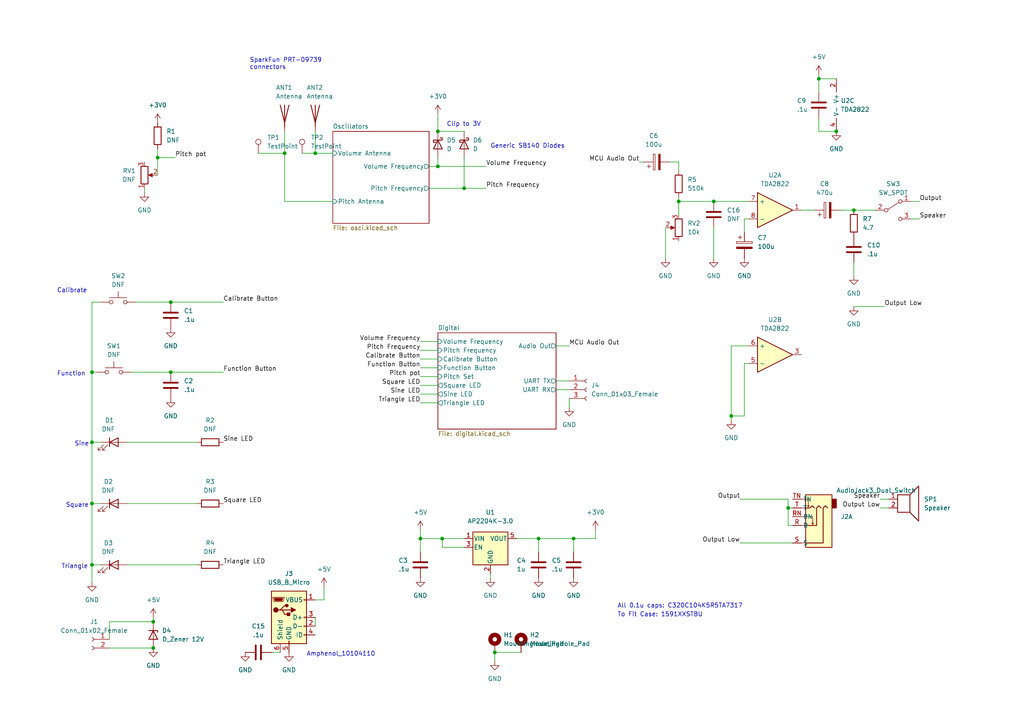
<source format=kicad_sch>
(kicad_sch (version 20211123) (generator eeschema)
  (paper "A4")
  (lib_symbols
    (symbol "Connector:AudioJack3_Dual_Switch"
      (property "Reference" "J2" (at -8.89 -2.5401 0))
      (property "Value" "AudioJack3_Dual_Switch" (at -7.62 -10.16 0))
      (symbol "AudioJack3_Dual_Switch_0_1"
        (rectangle (start -6.35 -5.08) (end -7.62 -7.62) (stroke (width 0.254)) (fill (type outline)))
        (polyline (pts (xy -0.762 -0.254) (xy -0.508 -0.762)))
        (polyline (pts (xy 0.508 -5.334) (xy 0.762 -5.842)))
        (polyline (pts (xy 1.27 0) (xy 2.54 0)))
        (polyline (pts (xy 2.54 -5.08) (xy 1.27 -5.08)))
        (polyline (pts (xy 2.54 5.08) (xy 1.27 5.08)))
        (polyline (pts (xy -1.27 -5.08) (xy -0.635 -5.715) (xy 0 -5.08) (xy 1.27 -5.08)) (stroke (width 0.254)))
        (polyline (pts (xy 2.54 -7.62) (xy 0.508 -7.62) (xy 0.508 -5.334) (xy 0.254 -5.842)))
        (polyline (pts (xy 2.54 -2.54) (xy -0.762 -2.54) (xy -0.762 -0.254) (xy -1.016 -0.762)))
        (polyline (pts (xy -3.175 -5.08) (xy -2.54 -5.715) (xy -1.905 -5.08) (xy -1.905 0) (xy 1.27 0)) (stroke (width 0.254)))
        (polyline (pts (xy 1.27 5.08) (xy -3.81 5.08) (xy -3.81 -5.08) (xy -4.445 -5.715) (xy -5.08 -5.08)) (stroke (width 0.254)))
        (rectangle (start 1.27 6.35) (end -6.35 -8.89) (stroke (width 0.254)) (fill (type background)))
      )
      (symbol "AudioJack3_Dual_Switch_1_1"
        (pin passive line (at 5.08 0 180) (length 2.54) (name "R") (number "R"))
        (pin passive line (at 5.08 -2.54 180) (length 2.54) (name "RN") (number "RN"))
        (pin passive line (at 5.08 5.08 180) (length 2.54) (name "S") (number "S"))
        (pin passive line (at 5.08 -5.08 180) (length 2.54) (name "T") (number "T"))
        (pin passive line (at 5.08 -7.62 180) (length 2.54) (name "TN") (number "TN"))
      )
      (symbol "AudioJack3_Dual_Switch_2_1"
        (pin passive line (at 5.08 0 180) (length 2.54) (name "R") (number "R2"))
        (pin passive line (at 5.08 -2.54 180) (length 2.54) (name "RN") (number "RN2"))
        (pin passive line (at 5.08 5.08 180) (length 2.54) (name "S") (number "S2"))
        (pin passive line (at 5.08 -5.08 180) (length 2.54) (name "T") (number "T2"))
        (pin passive line (at 5.08 -7.62 180) (length 2.54) (name "TN") (number "TN2"))
      )
    )
    (symbol "Connector:Conn_01x02_Female" (pin_names (offset 1.016) hide)
      (property "Reference" "J" (at 0 2.54 0))
      (property "Value" "Conn_01x02_Female" (at 0 -5.08 0))
      (symbol "Conn_01x02_Female_1_1"
        (arc (start 0 -2.032) (mid -0.508 -2.54) (end 0 -3.048) (stroke (width 0.1524)))
        (polyline (pts (xy -1.27 -2.54) (xy -0.508 -2.54)) (stroke (width 0.1524)))
        (polyline (pts (xy -1.27 0) (xy -0.508 0)) (stroke (width 0.1524)))
        (arc (start 0 0.508) (mid -0.508 0) (end 0 -0.508) (stroke (width 0.1524)))
        (pin passive line (at -5.08 0 0) (length 3.81) (name "Pin_1") (number "1"))
        (pin passive line (at -5.08 -2.54 0) (length 3.81) (name "Pin_2") (number "2"))
      )
    )
    (symbol "Connector:Conn_01x03_Female" (pin_names (offset 1.016) hide)
      (property "Reference" "J" (at 0 5.08 0))
      (property "Value" "Conn_01x03_Female" (at 0 -5.08 0))
      (symbol "Conn_01x03_Female_1_1"
        (arc (start 0 -2.032) (mid -0.508 -2.54) (end 0 -3.048) (stroke (width 0.1524)))
        (polyline (pts (xy -1.27 -2.54) (xy -0.508 -2.54)) (stroke (width 0.1524)))
        (polyline (pts (xy -1.27 0) (xy -0.508 0)) (stroke (width 0.1524)))
        (polyline (pts (xy -1.27 2.54) (xy -0.508 2.54)) (stroke (width 0.1524)))
        (arc (start 0 0.508) (mid -0.508 0) (end 0 -0.508) (stroke (width 0.1524)))
        (arc (start 0 3.048) (mid -0.508 2.54) (end 0 2.032) (stroke (width 0.1524)))
        (pin passive line (at -5.08 2.54 0) (length 3.81) (name "Pin_1") (number "1"))
        (pin passive line (at -5.08 0 0) (length 3.81) (name "Pin_2") (number "2"))
        (pin passive line (at -5.08 -2.54 0) (length 3.81) (name "Pin_3") (number "3"))
      )
    )
    (symbol "Connector:TestPoint" (pin_numbers hide) (pin_names (offset 0.762) hide)
      (property "Reference" "TP" (at 0 6.858 0))
      (property "Value" "TestPoint" (at 0 5.08 0))
      (symbol "TestPoint_0_1"
        (circle (center 0 3.302) (radius 0.762))
      )
      (symbol "TestPoint_1_1"
        (pin passive line (at 0 0 90) (length 2.54) (name "1") (number "1"))
      )
    )
    (symbol "Connector:USB_B_Micro" (pin_names (offset 1.016))
      (property "Reference" "J" (at -5.08 11.43 0))
      (property "Value" "USB_B_Micro" (at -5.08 8.89 0))
      (symbol "USB_B_Micro_0_1"
        (rectangle (start -5.08 -7.62) (end 5.08 7.62) (stroke (width 0.254)) (fill (type background)))
        (circle (center -3.81 2.159) (radius 0.635) (stroke (width 0.254)) (fill (type outline)))
        (circle (center -0.635 3.429) (radius 0.381) (stroke (width 0.254)) (fill (type outline)))
        (rectangle (start -0.127 -7.62) (end 0.127 -6.858))
        (polyline (pts (xy -1.905 2.159) (xy 0.635 2.159)) (stroke (width 0.254)))
        (polyline (pts (xy -3.175 2.159) (xy -2.54 2.159) (xy -1.27 3.429) (xy -0.635 3.429)) (stroke (width 0.254)))
        (polyline (pts (xy -2.54 2.159) (xy -1.905 2.159) (xy -1.27 0.889) (xy 0 0.889)) (stroke (width 0.254)))
        (polyline (pts (xy 0.635 2.794) (xy 0.635 1.524) (xy 1.905 2.159) (xy 0.635 2.794)) (stroke (width 0.254)) (fill (type outline)))
        (polyline (pts (xy -4.318 5.588) (xy -1.778 5.588) (xy -2.032 4.826) (xy -4.064 4.826) (xy -4.318 5.588)) (fill (type outline)))
        (polyline (pts (xy -4.699 5.842) (xy -4.699 5.588) (xy -4.445 4.826) (xy -4.445 4.572) (xy -1.651 4.572) (xy -1.651 4.826) (xy -1.397 5.588) (xy -1.397 5.842) (xy -4.699 5.842)))
        (rectangle (start 0.254 1.27) (end -0.508 0.508) (stroke (width 0.254)) (fill (type outline)))
        (rectangle (start 5.08 -5.207) (end 4.318 -4.953))
        (rectangle (start 5.08 -2.667) (end 4.318 -2.413))
        (rectangle (start 5.08 -0.127) (end 4.318 0.127))
        (rectangle (start 5.08 4.953) (end 4.318 5.207))
      )
      (symbol "USB_B_Micro_1_1"
        (pin power_out line (at 7.62 5.08 180) (length 2.54) (name "VBUS") (number "1"))
        (pin bidirectional line (at 7.62 -2.54 180) (length 2.54) (name "D-") (number "2"))
        (pin bidirectional line (at 7.62 0 180) (length 2.54) (name "D+") (number "3"))
        (pin passive line (at 7.62 -5.08 180) (length 2.54) (name "ID") (number "4"))
        (pin power_out line (at 0 -10.16 90) (length 2.54) (name "GND") (number "5"))
        (pin passive line (at -2.54 -10.16 90) (length 2.54) (name "Shield") (number "6"))
      )
    )
    (symbol "Device:Antenna" (pin_numbers hide) (pin_names (offset 1.016) hide)
      (property "Reference" "AE" (at -1.905 1.905 0))
      (property "Value" "Antenna" (at -1.905 0 0))
      (symbol "Antenna_0_1"
        (polyline (pts (xy 0 2.54) (xy 0 -3.81)) (stroke (width 0.254)))
        (polyline (pts (xy 1.27 2.54) (xy 0 -2.54) (xy -1.27 2.54)) (stroke (width 0.254)))
      )
      (symbol "Antenna_1_1"
        (pin input line (at 0 -5.08 90) (length 2.54) (name "A") (number "1"))
      )
    )
    (symbol "Device:C" (pin_numbers hide) (pin_names (offset 0.254))
      (property "Reference" "C" (at 0.635 2.54 0))
      (property "Value" "C" (at 0.635 -2.54 0))
      (symbol "C_0_1"
        (polyline (pts (xy -2.032 -0.762) (xy 2.032 -0.762)) (stroke (width 0.508)))
        (polyline (pts (xy -2.032 0.762) (xy 2.032 0.762)) (stroke (width 0.508)))
      )
      (symbol "C_1_1"
        (pin passive line (at 0 3.81 270) (length 2.794) (name "~") (number "1"))
        (pin passive line (at 0 -3.81 90) (length 2.794) (name "~") (number "2"))
      )
    )
    (symbol "Device:C_Polarized" (pin_numbers hide) (pin_names (offset 0.254))
      (property "Reference" "C" (at 0.635 2.54 0))
      (property "Value" "C_Polarized" (at 0.635 -2.54 0))
      (symbol "C_Polarized_0_1"
        (rectangle (start -2.286 0.508) (end 2.286 1.016))
        (polyline (pts (xy -1.778 2.286) (xy -0.762 2.286)))
        (polyline (pts (xy -1.27 2.794) (xy -1.27 1.778)))
        (rectangle (start 2.286 -0.508) (end -2.286 -1.016) (fill (type outline)))
      )
      (symbol "C_Polarized_1_1"
        (pin passive line (at 0 3.81 270) (length 2.794) (name "~") (number "1"))
        (pin passive line (at 0 -3.81 90) (length 2.794) (name "~") (number "2"))
      )
    )
    (symbol "Device:D_Schottky" (pin_numbers hide) (pin_names (offset 1.016) hide)
      (property "Reference" "D" (at 0 2.54 0))
      (property "Value" "D_Schottky" (at 0 -2.54 0))
      (symbol "D_Schottky_0_1"
        (polyline (pts (xy 1.27 0) (xy -1.27 0)))
        (polyline (pts (xy 1.27 1.27) (xy 1.27 -1.27) (xy -1.27 0) (xy 1.27 1.27)) (stroke (width 0.254)))
        (polyline (pts (xy -1.905 0.635) (xy -1.905 1.27) (xy -1.27 1.27) (xy -1.27 -1.27) (xy -0.635 -1.27) (xy -0.635 -0.635)) (stroke (width 0.254)))
      )
      (symbol "D_Schottky_1_1"
        (pin passive line (at -3.81 0 0) (length 2.54) (name "K") (number "1"))
        (pin passive line (at 3.81 0 180) (length 2.54) (name "A") (number "2"))
      )
    )
    (symbol "Device:D_Zener" (pin_numbers hide) (pin_names (offset 1.016) hide)
      (property "Reference" "D" (at 0 2.54 0))
      (property "Value" "D_Zener" (at 0 -2.54 0))
      (symbol "D_Zener_0_1"
        (polyline (pts (xy 1.27 0) (xy -1.27 0)))
        (polyline (pts (xy -1.27 -1.27) (xy -1.27 1.27) (xy -0.762 1.27)) (stroke (width 0.254)))
        (polyline (pts (xy 1.27 -1.27) (xy 1.27 1.27) (xy -1.27 0) (xy 1.27 -1.27)) (stroke (width 0.254)))
      )
      (symbol "D_Zener_1_1"
        (pin passive line (at -3.81 0 0) (length 2.54) (name "K") (number "1"))
        (pin passive line (at 3.81 0 180) (length 2.54) (name "A") (number "2"))
      )
    )
    (symbol "Device:LED" (pin_numbers hide) (pin_names (offset 1.016) hide)
      (property "Reference" "D" (at 0 2.54 0))
      (property "Value" "LED" (at 0 -2.54 0))
      (symbol "LED_0_1"
        (polyline (pts (xy -1.27 -1.27) (xy -1.27 1.27)) (stroke (width 0.254)))
        (polyline (pts (xy -1.27 0) (xy 1.27 0)))
        (polyline (pts (xy 1.27 -1.27) (xy 1.27 1.27) (xy -1.27 0) (xy 1.27 -1.27)) (stroke (width 0.254)))
        (polyline (pts (xy -3.048 -0.762) (xy -4.572 -2.286) (xy -3.81 -2.286) (xy -4.572 -2.286) (xy -4.572 -1.524)))
        (polyline (pts (xy -1.778 -0.762) (xy -3.302 -2.286) (xy -2.54 -2.286) (xy -3.302 -2.286) (xy -3.302 -1.524)))
      )
      (symbol "LED_1_1"
        (pin passive line (at -3.81 0 0) (length 2.54) (name "K") (number "1"))
        (pin passive line (at 3.81 0 180) (length 2.54) (name "A") (number "2"))
      )
    )
    (symbol "Device:R" (pin_numbers hide) (pin_names (offset 0))
      (property "Reference" "R" (at 2.032 0 90))
      (property "Value" "R" (at 0 0 90))
      (symbol "R_0_1"
        (rectangle (start -1.016 -2.54) (end 1.016 2.54) (stroke (width 0.254)))
      )
      (symbol "R_1_1"
        (pin passive line (at 0 3.81 270) (length 1.27) (name "~") (number "1"))
        (pin passive line (at 0 -3.81 90) (length 1.27) (name "~") (number "2"))
      )
    )
    (symbol "Device:R_Potentiometer" (pin_names (offset 1.016) hide)
      (property "Reference" "RV" (at -4.445 0 90))
      (property "Value" "R_Potentiometer" (at -2.54 0 90))
      (symbol "R_Potentiometer_0_1"
        (polyline (pts (xy 2.54 0) (xy 1.524 0)))
        (polyline (pts (xy 1.143 0) (xy 2.286 0.508) (xy 2.286 -0.508) (xy 1.143 0)) (fill (type outline)))
        (rectangle (start 1.016 2.54) (end -1.016 -2.54) (stroke (width 0.254)))
      )
      (symbol "R_Potentiometer_1_1"
        (pin passive line (at 0 3.81 270) (length 1.27) (name "1") (number "1"))
        (pin passive line (at 3.81 0 180) (length 1.27) (name "2") (number "2"))
        (pin passive line (at 0 -3.81 90) (length 1.27) (name "3") (number "3"))
      )
    )
    (symbol "Device:Speaker" (pin_names (offset 0) hide)
      (property "Reference" "LS" (at 1.27 5.715 0))
      (property "Value" "Speaker" (at 1.27 3.81 0))
      (symbol "Speaker_0_0"
        (rectangle (start -2.54 1.27) (end 1.016 -3.81) (stroke (width 0.254)))
        (polyline (pts (xy 1.016 1.27) (xy 3.556 3.81) (xy 3.556 -6.35) (xy 1.016 -3.81)) (stroke (width 0.254)))
      )
      (symbol "Speaker_1_1"
        (pin input line (at -5.08 0 0) (length 2.54) (name "1") (number "1"))
        (pin input line (at -5.08 -2.54 0) (length 2.54) (name "2") (number "2"))
      )
    )
    (symbol "GND_7" (power) (pin_names (offset 0))
      (property "Value" "GND_7" (at 0 -3.81 0))
      (symbol "GND_7_0_1"
        (polyline (pts (xy 0 0) (xy 0 -1.27) (xy 1.27 -1.27) (xy 0 -2.54) (xy -1.27 -1.27) (xy 0 -1.27)))
      )
      (symbol "GND_7_1_1"
        (pin power_in line (at 0 0 270) (length 0) hide (name "GND") (number "1"))
      )
    )
    (symbol "Mechanical:MountingHole_Pad" (pin_numbers hide) (pin_names (offset 1.016) hide)
      (property "Reference" "H" (at 0 6.35 0))
      (property "Value" "MountingHole_Pad" (at 0 4.445 0))
      (symbol "MountingHole_Pad_0_1"
        (circle (center 0 1.27) (radius 1.27) (stroke (width 1.27)))
      )
      (symbol "MountingHole_Pad_1_1"
        (pin input line (at 0 -2.54 90) (length 2.54) (name "1") (number "1"))
      )
    )
    (symbol "Regulator_Linear:AP2204K-3.0" (pin_names (offset 0.254))
      (property "Reference" "U" (at -5.08 5.715 0))
      (property "Value" "AP2204K-3.0" (at 0 5.715 0))
      (symbol "AP2204K-3.0_0_1"
        (rectangle (start -5.08 4.445) (end 5.08 -5.08) (stroke (width 0.254)) (fill (type background)))
      )
      (symbol "AP2204K-3.0_1_1"
        (pin power_in line (at -7.62 2.54 0) (length 2.54) (name "VIN") (number "1"))
        (pin power_in line (at 0 -7.62 90) (length 2.54) (name "GND") (number "2"))
        (pin input line (at -7.62 0 0) (length 2.54) (name "EN") (number "3"))
        (pin no_connect line (at 5.08 0 180) (length 2.54) hide (name "NC") (number "4"))
        (pin power_out line (at 7.62 2.54 180) (length 2.54) (name "VOUT") (number "5"))
      )
    )
    (symbol "Switch:SW_Push" (pin_numbers hide) (pin_names (offset 1.016) hide)
      (property "Reference" "SW" (at 1.27 2.54 0))
      (property "Value" "SW_Push" (at 0 -1.524 0))
      (symbol "SW_Push_0_1"
        (circle (center -2.032 0) (radius 0.508))
        (polyline (pts (xy 0 1.27) (xy 0 3.048)))
        (polyline (pts (xy 2.54 1.27) (xy -2.54 1.27)))
        (circle (center 2.032 0) (radius 0.508))
        (pin passive line (at -5.08 0 0) (length 2.54) (name "1") (number "1"))
        (pin passive line (at 5.08 0 180) (length 2.54) (name "2") (number "2"))
      )
    )
    (symbol "Switch:SW_SPDT" (pin_names (offset 0) hide)
      (property "Reference" "SW" (at 0 4.318 0))
      (property "Value" "SW_SPDT" (at 0 -5.08 0))
      (symbol "SW_SPDT_0_0"
        (circle (center -2.032 0) (radius 0.508))
        (circle (center 2.032 -2.54) (radius 0.508))
      )
      (symbol "SW_SPDT_0_1"
        (polyline (pts (xy -1.524 0.254) (xy 1.651 2.286)))
        (circle (center 2.032 2.54) (radius 0.508))
      )
      (symbol "SW_SPDT_1_1"
        (pin passive line (at 5.08 2.54 180) (length 2.54) (name "A") (number "1"))
        (pin passive line (at -5.08 0 0) (length 2.54) (name "B") (number "2"))
        (pin passive line (at 5.08 -2.54 180) (length 2.54) (name "C") (number "3"))
      )
    )
    (symbol "power:+3V0" (power) (pin_names (offset 0))
      (property "Value" "+3V0" (at 0 3.556 0))
      (symbol "+3V0_0_1"
        (polyline (pts (xy -0.762 1.27) (xy 0 2.54)))
        (polyline (pts (xy 0 0) (xy 0 2.54)))
        (polyline (pts (xy 0 2.54) (xy 0.762 1.27)))
      )
      (symbol "+3V0_1_1"
        (pin power_in line (at 0 0 90) (length 0) hide (name "+3V0") (number "1"))
      )
    )
    (symbol "power:+5V" (power) (pin_names (offset 0))
      (property "Value" "+5V" (at 0 3.556 0))
      (symbol "+5V_0_1"
        (polyline (pts (xy -0.762 1.27) (xy 0 2.54)))
        (polyline (pts (xy 0 0) (xy 0 2.54)))
        (polyline (pts (xy 0 2.54) (xy 0.762 1.27)))
      )
      (symbol "+5V_1_1"
        (pin power_in line (at 0 0 90) (length 0) hide (name "+5V") (number "1"))
      )
    )
    (symbol "power:GND" (power) (pin_names (offset 0))
      (property "Value" "GND" (at 0 -3.81 0))
      (symbol "GND_0_1"
        (polyline (pts (xy 0 0) (xy 0 -1.27) (xy 1.27 -1.27) (xy 0 -2.54) (xy -1.27 -1.27) (xy 0 -1.27)))
      )
      (symbol "GND_1_1"
        (pin power_in line (at 0 0 270) (length 0) hide (name "GND") (number "1"))
      )
    )
    (symbol "project_lib:TDA2822"
      (property "Reference" "U" (at 0 0 0))
      (property "Value" "TDA2822" (at 0 2.54 0))
      (symbol "TDA2822_1_1"
        (polyline (pts (xy -10.16 0) (xy 0 -5.08) (xy -10.16 -10.16) (xy -10.16 0)) (stroke (width 0.254)) (fill (type background)))
        (pin output line (at 2.54 -5.08 180) (length 2.54) (name "~") (number "1"))
        (pin input line (at -12.7 -2.54 0) (length 2.54) (name "+") (number "7"))
        (pin input line (at -12.7 -7.62 0) (length 2.54) (name "-") (number "8"))
      )
      (symbol "TDA2822_2_1"
        (polyline (pts (xy -10.16 0) (xy 0 -5.08) (xy -10.16 -10.16) (xy -10.16 0)) (stroke (width 0.254)) (fill (type background)))
        (pin output line (at 2.54 -5.08 180) (length 2.54) (name "~") (number "3"))
        (pin input line (at -12.7 -7.62 0) (length 2.54) (name "-") (number "5"))
        (pin input line (at -12.7 -2.54 0) (length 2.54) (name "+") (number "6"))
      )
      (symbol "TDA2822_3_1"
        (pin power_in line (at -6.35 7.62 270) (length 3.81) (name "V+") (number "2"))
        (pin power_in line (at -6.35 -7.62 90) (length 3.81) (name "V-") (number "4"))
      )
    )
  )
  (junction (at 127 38.1))
  (junction (at 91.44 44.45))
  (junction (at 44.45 180.34))
  (junction (at 237.49 22.86))
  (junction (at 121.92 156.21))
  (junction (at 44.45 187.96))
  (junction (at 242.57 38.1))
  (junction (at 196.85 58.42))
  (junction (at 156.21 156.21))
  (junction (at 26.67 128.27))
  (junction (at 26.67 163.83))
  (junction (at 166.37 156.21))
  (junction (at 45.72 45.72))
  (junction (at 49.53 107.95))
  (junction (at 26.67 107.95))
  (junction (at 26.67 146.05))
  (junction (at 247.65 60.96))
  (junction (at 212.09 120.65))
  (junction (at 82.55 44.45))
  (junction (at 49.53 87.63))
  (junction (at 134.62 54.61))
  (junction (at 143.51 189.23))
  (junction (at 207.01 58.42))
  (junction (at 127 48.26))
  (junction (at 228.6 147.32))
  (junction (at 128.27 156.21))
  (wire (pts (xy 121.92 116.84) (xy 127 116.84)))
  (wire (pts (xy 36.83 146.05) (xy 57.15 146.05)))
  (wire (pts (xy 128.27 158.75) (xy 134.62 158.75)))
  (wire (pts (xy 194.31 46.99) (xy 196.85 46.99)))
  (wire (pts (xy 196.85 58.42) (xy 207.01 58.42)))
  (wire (pts (xy 127 48.26) (xy 140.97 48.26)))
  (wire (pts (xy 36.83 163.83) (xy 57.15 163.83)))
  (wire (pts (xy 264.16 58.42) (xy 266.7 58.42)))
  (wire (pts (xy 121.92 101.6) (xy 127 101.6)))
  (wire (pts (xy 91.44 44.45) (xy 96.52 44.45)))
  (wire (pts (xy 127 38.1) (xy 134.62 38.1)))
  (wire (pts (xy 121.92 156.21) (xy 121.92 160.02)))
  (wire (pts (xy 36.83 128.27) (xy 57.15 128.27)))
  (wire (pts (xy 91.44 38.1) (xy 91.44 44.45)))
  (wire (pts (xy 255.27 144.78) (xy 257.81 144.78)))
  (wire (pts (xy 127 33.02) (xy 127 38.1)))
  (wire (pts (xy 228.6 144.78) (xy 228.6 147.32)))
  (wire (pts (xy 31.75 180.34) (xy 31.75 185.42)))
  (wire (pts (xy 172.72 153.67) (xy 172.72 156.21)))
  (wire (pts (xy 243.84 60.96) (xy 247.65 60.96)))
  (wire (pts (xy 128.27 156.21) (xy 134.62 156.21)))
  (wire (pts (xy 237.49 21.59) (xy 237.49 22.86)))
  (wire (pts (xy 161.29 113.03) (xy 165.1 113.03)))
  (wire (pts (xy 82.55 58.42) (xy 96.52 58.42)))
  (wire (pts (xy 82.55 38.1) (xy 82.55 44.45)))
  (wire (pts (xy 228.6 147.32) (xy 229.87 147.32)))
  (wire (pts (xy 214.63 144.78) (xy 228.6 144.78)))
  (wire (pts (xy 74.93 44.45) (xy 82.55 44.45)))
  (wire (pts (xy 185.42 46.99) (xy 186.69 46.99)))
  (wire (pts (xy 161.29 110.49) (xy 165.1 110.49)))
  (wire (pts (xy 26.67 87.63) (xy 29.21 87.63)))
  (wire (pts (xy 156.21 160.02) (xy 156.21 156.21)))
  (wire (pts (xy 49.53 87.63) (xy 64.77 87.63)))
  (wire (pts (xy 26.67 146.05) (xy 29.21 146.05)))
  (wire (pts (xy 31.75 180.34) (xy 44.45 180.34)))
  (wire (pts (xy 255.27 147.32) (xy 257.81 147.32)))
  (wire (pts (xy 193.04 66.04) (xy 193.04 74.93)))
  (wire (pts (xy 82.55 44.45) (xy 82.55 58.42)))
  (wire (pts (xy 237.49 34.29) (xy 237.49 38.1)))
  (wire (pts (xy 134.62 45.72) (xy 134.62 54.61)))
  (wire (pts (xy 41.91 54.61) (xy 41.91 55.88)))
  (wire (pts (xy 247.65 80.01) (xy 247.65 76.2)))
  (wire (pts (xy 212.09 100.33) (xy 212.09 120.65)))
  (wire (pts (xy 121.92 109.22) (xy 127 109.22)))
  (wire (pts (xy 26.67 146.05) (xy 26.67 163.83)))
  (wire (pts (xy 149.86 156.21) (xy 156.21 156.21)))
  (wire (pts (xy 237.49 38.1) (xy 242.57 38.1)))
  (wire (pts (xy 214.63 157.48) (xy 229.87 157.48)))
  (wire (pts (xy 212.09 100.33) (xy 217.17 100.33)))
  (wire (pts (xy 134.62 54.61) (xy 140.97 54.61)))
  (wire (pts (xy 172.72 156.21) (xy 166.37 156.21)))
  (wire (pts (xy 165.1 115.57) (xy 165.1 118.11)))
  (wire (pts (xy 38.1 107.95) (xy 49.53 107.95)))
  (wire (pts (xy 196.85 57.15) (xy 196.85 58.42)))
  (wire (pts (xy 128.27 158.75) (xy 128.27 156.21)))
  (wire (pts (xy 247.65 88.9) (xy 256.54 88.9)))
  (wire (pts (xy 228.6 152.4) (xy 229.87 152.4)))
  (wire (pts (xy 44.45 179.07) (xy 44.45 180.34)))
  (wire (pts (xy 127 48.26) (xy 127 45.72)))
  (wire (pts (xy 124.46 48.26) (xy 127 48.26)))
  (wire (pts (xy 78.74 189.23) (xy 81.28 189.23)))
  (wire (pts (xy 232.41 60.96) (xy 236.22 60.96)))
  (wire (pts (xy 212.09 120.65) (xy 215.9 120.65)))
  (wire (pts (xy 45.72 43.18) (xy 45.72 45.72)))
  (wire (pts (xy 49.53 107.95) (xy 64.77 107.95)))
  (wire (pts (xy 121.92 114.3) (xy 127 114.3)))
  (wire (pts (xy 161.29 100.33) (xy 165.1 100.33)))
  (wire (pts (xy 87.63 44.45) (xy 91.44 44.45)))
  (wire (pts (xy 237.49 22.86) (xy 237.49 26.67)))
  (wire (pts (xy 207.01 66.04) (xy 207.01 74.93)))
  (wire (pts (xy 121.92 106.68) (xy 127 106.68)))
  (wire (pts (xy 228.6 147.32) (xy 228.6 152.4)))
  (wire (pts (xy 143.51 189.23) (xy 151.13 189.23)))
  (wire (pts (xy 121.92 104.14) (xy 127 104.14)))
  (wire (pts (xy 215.9 105.41) (xy 217.17 105.41)))
  (wire (pts (xy 26.67 107.95) (xy 26.67 128.27)))
  (wire (pts (xy 91.44 179.07) (xy 91.44 181.61)))
  (wire (pts (xy 196.85 58.42) (xy 196.85 62.23)))
  (wire (pts (xy 26.67 87.63) (xy 26.67 107.95)))
  (wire (pts (xy 207.01 58.42) (xy 217.17 58.42)))
  (wire (pts (xy 215.9 63.5) (xy 217.17 63.5)))
  (wire (pts (xy 121.92 156.21) (xy 128.27 156.21)))
  (wire (pts (xy 26.67 128.27) (xy 29.21 128.27)))
  (wire (pts (xy 93.98 173.99) (xy 91.44 173.99)))
  (wire (pts (xy 121.92 111.76) (xy 127 111.76)))
  (wire (pts (xy 215.9 105.41) (xy 215.9 120.65)))
  (wire (pts (xy 166.37 156.21) (xy 156.21 156.21)))
  (wire (pts (xy 124.46 54.61) (xy 134.62 54.61)))
  (wire (pts (xy 26.67 128.27) (xy 26.67 146.05)))
  (wire (pts (xy 31.75 187.96) (xy 44.45 187.96)))
  (wire (pts (xy 39.37 87.63) (xy 49.53 87.63)))
  (wire (pts (xy 26.67 168.91) (xy 26.67 163.83)))
  (wire (pts (xy 93.98 170.18) (xy 93.98 173.99)))
  (wire (pts (xy 247.65 60.96) (xy 254 60.96)))
  (wire (pts (xy 237.49 22.86) (xy 242.57 22.86)))
  (wire (pts (xy 45.72 45.72) (xy 50.8 45.72)))
  (wire (pts (xy 121.92 153.67) (xy 121.92 156.21)))
  (wire (pts (xy 27.94 107.95) (xy 26.67 107.95)))
  (wire (pts (xy 142.24 166.37) (xy 142.24 167.64)))
  (wire (pts (xy 45.72 45.72) (xy 45.72 50.8)))
  (wire (pts (xy 264.16 63.5) (xy 266.7 63.5)))
  (wire (pts (xy 166.37 156.21) (xy 166.37 160.02)))
  (wire (pts (xy 143.51 189.23) (xy 143.51 191.77)))
  (wire (pts (xy 26.67 163.83) (xy 29.21 163.83)))
  (wire (pts (xy 196.85 46.99) (xy 196.85 49.53)))
  (wire (pts (xy 212.09 120.65) (xy 212.09 121.92)))
  (wire (pts (xy 121.92 99.06) (xy 127 99.06)))
  (wire (pts (xy 215.9 63.5) (xy 215.9 67.31)))
  (text "Generic SB140 Diodes" (at 142.24 43.18 0) (effects (font (size 1.27 1.27)) (justify left bottom)))
  (text "Square" (at 19.05 147.32 0) (effects (font (size 1.27 1.27)) (justify left bottom)))
  (text "Triangle" (at 17.78 165.1 0) (effects (font (size 1.27 1.27)) (justify left bottom)))
  (text "All 0.1u caps: C320C104K5R5TA7317" (at 179.07 176.53 0) (effects (font (size 1.27 1.27)) (justify left bottom)))
  (text "To Fit Case: 1591XXSTBU" (at 179.07 179.07 0) (effects (font (size 1.27 1.27)) (justify left bottom)))
  (text "Clip to 3V" (at 129.54 36.83 0) (effects (font (size 1.27 1.27)) (justify left bottom)))
  (text "SparkFun PRT-09739\nconnectors" (at 72.39 20.32 0) (effects (font (size 1.27 1.27)) (justify left bottom)))
  (text "Sine" (at 21.59 129.54 0) (effects (font (size 1.27 1.27)) (justify left bottom)))
  (text "Calibrate" (at 16.51 85.09 0) (effects (font (size 1.27 1.27)) (justify left bottom)))
  (text "Function" (at 16.51 109.22 0) (effects (font (size 1.27 1.27)) (justify left bottom)))
  (text "Amphenol_10104110" (at 88.9 190.5 0) (effects (font (size 1.27 1.27)) (justify left bottom)))
  (label "Output Low" (at 256.54 88.9 0))
  (label "MCU Audio Out" (at 185.42 46.99 180))
  (label "Sine LED" (at 64.77 128.27 0))
  (label "Speaker" (at 255.27 144.78 180))
  (label "Pitch Frequency" (at 140.97 54.61 0))
  (label "Sine LED" (at 121.92 114.3 180))
  (label "Volume Frequency" (at 121.92 99.06 180))
  (label "Pitch Frequency" (at 121.92 101.6 180))
  (label "Function Button" (at 121.92 106.68 180))
  (label "Pitch pot" (at 50.8 45.72 0))
  (label "Calibrate Button" (at 64.77 87.63 0))
  (label "Speaker" (at 266.7 63.5 0))
  (label "Triangle LED" (at 64.77 163.83 0))
  (label "Volume Frequency" (at 140.97 48.26 0))
  (label "Output" (at 214.63 144.78 180))
  (label "Square LED" (at 64.77 146.05 0))
  (label "Output Low" (at 255.27 147.32 180))
  (label "Calibrate Button" (at 121.92 104.14 180))
  (label "Output Low" (at 214.63 157.48 180))
  (label "Pitch pot" (at 121.92 109.22 180))
  (label "Output" (at 266.7 58.42 0))
  (label "MCU Audio Out" (at 165.1 100.33 0))
  (label "Triangle LED" (at 121.92 116.84 180))
  (label "Square LED" (at 121.92 111.76 180))
  (label "Function Button" (at 64.77 107.95 0))
  (symbol (lib_id "Device:Antenna") (at 91.44 33.02 0) (unit 1)
    (property "Reference" "ANT2" (at 88.9 25.4 0) (effects (justify left)))
    (property "Value" "Antenna" (at 88.9 27.94 0) (effects (justify left)))
    (property "Footprint" "MountingHole:MountingHole_3.2mm_M3_Pad_Via" (effects hide))
    (property "PN" "PRT-09739" (effects hide))
  )
  (symbol (lib_id "Device:LED") (at 33.02 146.05 0) (unit 1)
    (property "Reference" "D2" (at 31.4325 139.7 0))
    (property "Value" "DNF" (at 31.4325 142.24 0))
    (property "Footprint" "LED_THT:LED_D5.0mm" (effects hide))
  )
  (symbol (lib_id "Device:Speaker") (at 262.89 144.78 0) (unit 1)
    (property "Reference" "SP1" (at 267.97 144.7799 0) (effects (justify left)))
    (property "Value" "Speaker" (at 267.97 147.3199 0) (effects (justify left)))
    (property "Footprint" "Connector_PinHeader_2.54mm:PinHeader_1x02_P2.54mm_Vertical" (effects hide))
  )
  (symbol (lib_id "Connector:TestPoint") (at 87.63 44.45 0) (unit 1)
    (property "Reference" "TP2" (at 90.17 39.8779 0) (effects (justify left)))
    (property "Value" "TestPoint" (at 90.17 42.4179 0) (effects (justify left)))
    (property "Footprint" "TestPoint:TestPoint_Loop_D2.50mm_Drill1.0mm" (effects hide))
  )
  (symbol (lib_id "Connector:USB_B_Micro") (at 83.82 179.07 0) (unit 1)
    (property "Reference" "J3" (at 83.82 166.37 0))
    (property "Value" "USB_B_Micro" (at 83.82 168.91 0))
    (property "Footprint" "Connector_USB:USB_Micro-B_Amphenol_10104110_Horizontal" (effects hide))
  )
  (symbol (lib_id "Device:C") (at 74.93 189.23 270) (unit 1)
    (property "Reference" "C15" (at 74.93 181.61 90))
    (property "Value" ".1u" (at 74.93 184.15 90))
    (property "Footprint" "Capacitor_THT:C_Rect_L4.0mm_W2.5mm_P2.50mm" (effects hide))
  )
  (symbol (lib_id "Device:C") (at 156.21 163.83 0) (unit 1)
    (property "Reference" "C4" (at 149.86 162.56 0) (effects (justify left)))
    (property "Value" "1u" (at 149.86 165.1 0) (effects (justify left)))
    (property "Footprint" "Capacitor_THT:C_Rect_L4.0mm_W2.5mm_P2.50mm" (effects hide))
  )
  (symbol (lib_id "Regulator_Linear:AP2204K-3.0") (at 142.24 158.75 0) (unit 1)
    (property "Reference" "U1" (at 142.24 148.59 0))
    (property "Value" "AP2204K-3.0" (at 142.24 151.13 0))
    (property "Footprint" "Package_TO_SOT_SMD:SOT-23-5" (effects hide))
    (property "Datasheet" "https://www.diodes.com/assets/Datasheets/AP2204.pdf" (effects hide))
  )
  (symbol (lib_id "power:GND") (at 247.65 80.01 0) (unit 1)
    (property "Reference" "#PWR020" (effects hide))
    (property "Value" "GND" (at 247.65 85.09 0))
  )
  (symbol (lib_id "Device:Antenna") (at 82.55 33.02 0) (unit 1)
    (property "Reference" "ANT1" (at 80.01 25.4 0) (effects (justify left)))
    (property "Value" "Antenna" (at 80.01 27.94 0) (effects (justify left)))
    (property "Footprint" "MountingHole:MountingHole_3.2mm_M3_Pad_Via" (effects hide))
    (property "PN" "PRT-09739" (effects hide))
  )
  (symbol (lib_id "Device:C_Polarized") (at 190.5 46.99 90) (unit 1)
    (property "Reference" "C6" (at 189.611 39.37 90))
    (property "Value" "100u" (at 189.611 41.91 90))
    (property "Footprint" "Capacitor_THT:CP_Radial_D5.0mm_P2.50mm" (effects hide))
    (property "PN" "ESK107M016AC3AA" (effects hide))
  )
  (symbol (lib_name "GND_7") (lib_id "power:GND") (at 44.45 187.96 0) (unit 1)
    (property "Reference" "#PWR04" (effects hide))
    (property "Value" "GND" (at 44.45 193.04 0))
  )
  (symbol (lib_id "Device:C") (at 237.49 30.48 0) (unit 1)
    (property "Reference" "C9" (at 231.14 29.21 0) (effects (justify left)))
    (property "Value" ".1u" (at 231.14 31.75 0) (effects (justify left)))
    (property "Footprint" "Capacitor_THT:C_Rect_L4.0mm_W2.5mm_P2.50mm" (effects hide))
  )
  (symbol (lib_id "power:+3V0") (at 45.72 35.56 0) (unit 1)
    (property "Reference" "#PWR05" (effects hide))
    (property "Value" "+3V0" (at 45.72 30.48 0))
  )
  (symbol (lib_id "Device:R") (at 247.65 64.77 180) (unit 1)
    (property "Reference" "R7" (at 250.19 63.4999 0) (effects (justify right)))
    (property "Value" "4.7" (at 250.19 66.0399 0) (effects (justify right)))
    (property "Footprint" "Resistor_THT:R_Axial_DIN0207_L6.3mm_D2.5mm_P10.16mm_Horizontal" (effects hide))
  )
  (symbol (lib_id "Switch:SW_SPDT") (at 259.08 60.96 0) (unit 1)
    (property "Reference" "SW3" (at 259.08 53.34 0))
    (property "Value" "SW_SPDT" (at 259.08 55.88 0))
    (property "Footprint" "Connector_PinHeader_2.54mm:PinHeader_1x03_P2.54mm_Vertical" (effects hide))
  )
  (symbol (lib_id "Device:R_Potentiometer") (at 41.91 50.8 0) (mirror x) (unit 1)
    (property "Reference" "RV1" (at 39.37 49.5299 0) (effects (justify right)))
    (property "Value" "DNF" (at 39.37 52.0699 0) (effects (justify right)))
    (property "Footprint" "Connector_PinHeader_2.54mm:PinHeader_1x03_P2.54mm_Vertical" (effects hide))
  )
  (symbol (lib_id "Device:C_Polarized") (at 215.9 71.12 0) (unit 1)
    (property "Reference" "C7" (at 219.71 68.9609 0) (effects (justify left)))
    (property "Value" "100u" (at 219.71 71.5009 0) (effects (justify left)))
    (property "Footprint" "Capacitor_THT:CP_Radial_D5.0mm_P2.50mm" (effects hide))
    (property "PN" "ESK107M016AC3AA" (effects hide))
  )
  (symbol (lib_id "power:GND") (at 143.51 191.77 0) (unit 1)
    (property "Reference" "#PWR017" (effects hide))
    (property "Value" "GND" (at 143.51 196.85 0))
  )
  (symbol (lib_id "power:GND") (at 49.53 95.25 0) (unit 1)
    (property "Reference" "#PWR06" (effects hide))
    (property "Value" "GND" (at 49.53 100.33 0))
  )
  (symbol (lib_id "Device:C_Polarized") (at 240.03 60.96 90) (unit 1)
    (property "Reference" "C8" (at 239.141 53.34 90))
    (property "Value" "470u" (at 239.141 55.88 90))
    (property "Footprint" "Capacitor_THT:CP_Radial_D5.0mm_P2.50mm" (effects hide))
    (property "PN" "860010273011" (effects hide))
  )
  (symbol (lib_id "Device:C") (at 49.53 91.44 180) (unit 1)
    (property "Reference" "C1" (at 53.34 90.1699 0) (effects (justify right)))
    (property "Value" ".1u" (at 53.34 92.7099 0) (effects (justify right)))
    (property "Footprint" "Capacitor_THT:C_Rect_L4.0mm_W2.5mm_P2.50mm" (effects hide))
  )
  (symbol (lib_id "Switch:SW_Push") (at 33.02 107.95 0) (unit 1)
    (property "Reference" "SW1" (at 33.02 100.33 0))
    (property "Value" "DNF" (at 33.02 102.87 0))
    (property "Footprint" "Button_Switch_THT:SW_PUSH_6mm" (effects hide))
  )
  (symbol (lib_id "Device:R") (at 60.96 146.05 90) (unit 1)
    (property "Reference" "R3" (at 60.96 139.7 90))
    (property "Value" "DNF" (at 60.96 142.24 90))
    (property "Footprint" "Resistor_THT:R_Axial_DIN0207_L6.3mm_D2.5mm_P10.16mm_Horizontal" (effects hide))
  )
  (symbol (lib_id "Connector:AudioJack3_Dual_Switch") (at 234.95 152.4 180) (unit 1)
    (property "Reference" "J2" (at 243.84 149.8599 0) (effects (justify right)))
    (property "Value" "AudioJack3_Dual_Switch" (at 242.57 142.24 0) (effects (justify right)))
    (property "Footprint" "Connector_Audio:Jack_3.5mm_CUI_SJ1-3525N_Horizontal" (effects hide))
    (property "PN" "SJ1-3525NG-PI" (effects hide))
  )
  (symbol (lib_id "Device:D_Schottky") (at 127 41.91 270) (unit 1)
    (property "Reference" "D5" (at 129.54 40.6399 90) (effects (justify left)))
    (property "Value" "D" (at 129.54 43.1799 90) (effects (justify left)))
    (property "Footprint" "Diode_THT:D_DO-41_SOD81_P10.16mm_Horizontal" (effects hide))
  )
  (symbol (lib_id "Connector:Conn_01x02_Female") (at 26.67 185.42 0) (mirror y) (unit 1)
    (property "Reference" "J1" (at 27.305 180.34 0))
    (property "Value" "Conn_01x02_Female" (at 27.305 182.88 0))
    (property "Footprint" "Connector_PinHeader_2.54mm:PinHeader_1x02_P2.54mm_Vertical" (effects hide))
  )
  (symbol (lib_id "Device:C") (at 121.92 163.83 0) (unit 1)
    (property "Reference" "C3" (at 115.57 162.56 0) (effects (justify left)))
    (property "Value" ".1u" (at 115.57 165.1 0) (effects (justify left)))
    (property "Footprint" "Capacitor_THT:C_Rect_L4.0mm_W2.5mm_P2.50mm" (effects hide))
  )
  (symbol (lib_id "Device:R") (at 196.85 53.34 180) (unit 1)
    (property "Reference" "R5" (at 199.39 52.0699 0) (effects (justify right)))
    (property "Value" "510k" (at 199.39 54.6099 0) (effects (justify right)))
    (property "Footprint" "Resistor_THT:R_Axial_DIN0207_L6.3mm_D2.5mm_P10.16mm_Horizontal" (effects hide))
  )
  (symbol (lib_id "Device:C") (at 166.37 163.83 0) (unit 1)
    (property "Reference" "C5" (at 160.02 162.56 0) (effects (justify left)))
    (property "Value" ".1u" (at 160.02 165.1 0) (effects (justify left)))
    (property "Footprint" "Capacitor_THT:C_Rect_L4.0mm_W2.5mm_P2.50mm" (effects hide))
  )
  (symbol (lib_id "Connector:TestPoint") (at 74.93 44.45 0) (unit 1)
    (property "Reference" "TP1" (at 77.47 39.8779 0) (effects (justify left)))
    (property "Value" "TestPoint" (at 77.47 42.4179 0) (effects (justify left)))
    (property "Footprint" "TestPoint:TestPoint_Loop_D2.50mm_Drill1.0mm" (effects hide))
  )
  (symbol (lib_id "power:GND") (at 49.53 115.57 0) (unit 1)
    (property "Reference" "#PWR07" (effects hide))
    (property "Value" "GND" (at 49.53 120.65 0))
  )
  (symbol (lib_id "Device:R_Potentiometer") (at 196.85 66.04 180) (unit 1)
    (property "Reference" "RV2" (at 199.39 64.7699 0) (effects (justify right)))
    (property "Value" "10k" (at 199.39 67.3099 0) (effects (justify right)))
    (property "Footprint" "Connector_PinHeader_2.54mm:PinHeader_1x03_P2.54mm_Vertical" (effects hide))
  )
  (symbol (lib_id "Device:LED") (at 33.02 163.83 0) (unit 1)
    (property "Reference" "D3" (at 31.4325 157.48 0))
    (property "Value" "DNF" (at 31.4325 160.02 0))
    (property "Footprint" "LED_THT:LED_D5.0mm" (effects hide))
  )
  (symbol (lib_id "Connector:Conn_01x03_Female") (at 170.18 113.03 0) (unit 1)
    (property "Reference" "J4" (at 171.45 111.7599 0) (effects (justify left)))
    (property "Value" "Conn_01x03_Female" (at 171.45 114.2999 0) (effects (justify left)))
    (property "Footprint" "Connector_PinHeader_2.54mm:PinHeader_1x03_P2.54mm_Vertical" (effects hide))
  )
  (symbol (lib_name "GND_7") (lib_id "power:GND") (at 121.92 167.64 0) (unit 1)
    (property "Reference" "#PWR09" (effects hide))
    (property "Value" "GND" (at 121.92 172.72 0))
  )
  (symbol (lib_id "power:+5V") (at 121.92 153.67 0) (unit 1)
    (property "Reference" "#PWR08" (effects hide))
    (property "Value" "+5V" (at 121.92 148.59 0))
  )
  (symbol (lib_id "Device:R") (at 45.72 39.37 180) (unit 1)
    (property "Reference" "R1" (at 48.26 38.0999 0) (effects (justify right)))
    (property "Value" "DNF" (at 48.26 40.6399 0) (effects (justify right)))
    (property "Footprint" "Resistor_THT:R_Axial_DIN0207_L6.3mm_D2.5mm_P10.16mm_Horizontal" (effects hide))
  )
  (symbol (lib_id "power:+5V") (at 44.45 179.07 0) (unit 1)
    (property "Reference" "#PWR03" (effects hide))
    (property "Value" "+5V" (at 44.45 173.99 0))
  )
  (symbol (lib_id "Device:R") (at 60.96 163.83 90) (unit 1)
    (property "Reference" "R4" (at 60.96 157.48 90))
    (property "Value" "DNF" (at 60.96 160.02 90))
    (property "Footprint" "Resistor_THT:R_Axial_DIN0207_L6.3mm_D2.5mm_P10.16mm_Horizontal" (effects hide))
  )
  (symbol (lib_id "Device:C") (at 49.53 111.76 180) (unit 1)
    (property "Reference" "C2" (at 53.34 110.4899 0) (effects (justify right)))
    (property "Value" ".1u" (at 53.34 113.0299 0) (effects (justify right)))
    (property "Footprint" "Capacitor_THT:C_Rect_L4.0mm_W2.5mm_P2.50mm" (effects hide))
  )
  (symbol (lib_name "GND_7") (lib_id "power:GND") (at 156.21 167.64 0) (unit 1)
    (property "Reference" "#PWR012" (effects hide))
    (property "Value" "GND" (at 156.21 172.72 0))
  )
  (symbol (lib_id "power:GND") (at 165.1 118.11 0) (unit 1)
    (property "Reference" "#PWR0103" (effects hide))
    (property "Value" "GND" (at 165.1 123.19 0))
  )
  (symbol (lib_id "power:GND") (at 207.01 74.93 0) (unit 1)
    (property "Reference" "#PWR0107" (effects hide))
    (property "Value" "GND" (at 207.01 80.01 0))
  )
  (symbol (lib_id "power:GND") (at 242.57 38.1 0) (unit 1)
    (property "Reference" "#PWR019" (effects hide))
    (property "Value" "GND" (at 242.57 43.18 0))
  )
  (symbol (lib_id "power:+3V0") (at 127 33.02 0) (unit 1)
    (property "Reference" "#PWR011" (effects hide))
    (property "Value" "+3V0" (at 127 27.94 0))
  )
  (symbol (lib_id "power:+3V0") (at 172.72 153.67 0) (unit 1)
    (property "Reference" "#PWR014" (effects hide))
    (property "Value" "+3V0" (at 172.72 148.59 0))
  )
  (symbol (lib_id "Device:C") (at 207.01 62.23 180) (unit 1)
    (property "Reference" "C16" (at 210.82 60.9599 0) (effects (justify right)))
    (property "Value" "DNF" (at 210.82 63.4999 0) (effects (justify right)))
    (property "Footprint" "Capacitor_THT:C_Rect_L4.0mm_W2.5mm_P2.50mm" (effects hide))
  )
  (symbol (lib_name "GND_7") (lib_id "power:GND") (at 142.24 167.64 0) (unit 1)
    (property "Reference" "#PWR010" (effects hide))
    (property "Value" "GND" (at 142.24 172.72 0))
  )
  (symbol (lib_id "project_lib:TDA2822") (at 229.87 55.88 0) (unit 1)
    (property "Reference" "U2" (at 224.79 50.8 0))
    (property "Value" "TDA2822" (at 224.79 53.34 0))
    (property "Footprint" "Package_SO:SOIC-8_3.9x4.9mm_P1.27mm" (effects hide))
  )
  (symbol (lib_id "project_lib:TDA2822") (at 248.92 30.48 0) (unit 3)
    (property "Reference" "U2" (at 243.84 29.2099 0) (effects (justify left)))
    (property "Value" "TDA2822" (at 243.84 31.7499 0) (effects (justify left)))
    (property "Footprint" "Package_SO:SOIC-8_3.9x4.9mm_P1.27mm" (effects hide))
  )
  (symbol (lib_id "power:GND") (at 247.65 88.9 0) (unit 1)
    (property "Reference" "#PWR0109" (effects hide))
    (property "Value" "GND" (at 247.65 93.98 0))
  )
  (symbol (lib_id "Switch:SW_Push") (at 34.29 87.63 0) (unit 1)
    (property "Reference" "SW2" (at 34.29 80.01 0))
    (property "Value" "DNF" (at 34.29 82.55 0))
    (property "Footprint" "Button_Switch_THT:SW_PUSH_6mm" (effects hide))
  )
  (symbol (lib_id "Device:D_Zener") (at 44.45 184.15 270) (unit 1)
    (property "Reference" "D4" (at 46.99 182.8799 90) (effects (justify left)))
    (property "Value" "D_Zener 12V" (at 46.99 185.4199 90) (effects (justify left)))
    (property "Footprint" "Diode_THT:D_DO-41_SOD81_P10.16mm_Horizontal" (effects hide))
  )
  (symbol (lib_id "Mechanical:MountingHole_Pad") (at 143.51 186.69 0) (unit 1)
    (property "Reference" "H1" (at 146.05 184.1499 0) (effects (justify left)))
    (property "Value" "MountingHole_Pad" (at 146.05 186.6899 0) (effects (justify left)))
    (property "Footprint" "MountingHole:MountingHole_3.7mm_Pad" (effects hide))
  )
  (symbol (lib_id "Device:C") (at 247.65 72.39 180) (unit 1)
    (property "Reference" "C10" (at 251.46 71.1199 0) (effects (justify right)))
    (property "Value" ".1u" (at 251.46 73.6599 0) (effects (justify right)))
    (property "Footprint" "Capacitor_THT:C_Rect_L4.0mm_W2.5mm_P2.50mm" (effects hide))
  )
  (symbol (lib_id "power:+5V") (at 93.98 170.18 0) (unit 1)
    (property "Reference" "#PWR0104" (effects hide))
    (property "Value" "+5V" (at 93.98 165.1 0))
  )
  (symbol (lib_id "Device:D_Schottky") (at 134.62 41.91 270) (unit 1)
    (property "Reference" "D6" (at 137.16 40.6399 90) (effects (justify left)))
    (property "Value" "D" (at 137.16 43.1799 90) (effects (justify left)))
    (property "Footprint" "Diode_THT:D_DO-41_SOD81_P10.16mm_Horizontal" (effects hide))
  )
  (symbol (lib_id "power:GND") (at 41.91 55.88 0) (unit 1)
    (property "Reference" "#PWR02" (effects hide))
    (property "Value" "GND" (at 41.91 60.96 0))
  )
  (symbol (lib_name "GND_7") (lib_id "power:GND") (at 83.82 189.23 0) (unit 1)
    (property "Reference" "#PWR0105" (effects hide))
    (property "Value" "GND" (at 83.82 194.31 0))
  )
  (symbol (lib_id "power:+5V") (at 237.49 21.59 0) (unit 1)
    (property "Reference" "#PWR018" (effects hide))
    (property "Value" "+5V" (at 237.49 16.51 0))
  )
  (symbol (lib_id "project_lib:TDA2822") (at 229.87 97.79 0) (unit 2)
    (property "Reference" "U2" (at 224.79 92.71 0))
    (property "Value" "TDA2822" (at 224.79 95.25 0))
    (property "Footprint" "Package_SO:SOIC-8_3.9x4.9mm_P1.27mm" (effects hide))
  )
  (symbol (lib_id "power:GND") (at 212.09 121.92 0) (unit 1)
    (property "Reference" "#PWR016" (effects hide))
    (property "Value" "GND" (at 212.09 127 0))
  )
  (symbol (lib_id "Device:LED") (at 33.02 128.27 0) (unit 1)
    (property "Reference" "D1" (at 31.75 121.92 0))
    (property "Value" "DNF" (at 31.4325 124.46 0))
    (property "Footprint" "LED_THT:LED_D5.0mm" (effects hide))
  )
  (symbol (lib_id "power:GND") (at 215.9 74.93 0) (unit 1)
    (property "Reference" "#PWR0108" (effects hide))
    (property "Value" "GND" (at 215.9 80.01 0))
  )
  (symbol (lib_name "GND_7") (lib_id "power:GND") (at 71.12 189.23 0) (unit 1)
    (property "Reference" "#PWR0106" (effects hide))
    (property "Value" "GND" (at 71.12 194.31 0))
  )
  (symbol (lib_id "Device:R") (at 60.96 128.27 90) (unit 1)
    (property "Reference" "R2" (at 60.96 121.92 90))
    (property "Value" "DNF" (at 60.96 124.46 90))
    (property "Footprint" "Resistor_THT:R_Axial_DIN0207_L6.3mm_D2.5mm_P10.16mm_Horizontal" (effects hide))
  )
  (symbol (lib_id "Mechanical:MountingHole_Pad") (at 151.13 186.69 0) (unit 1)
    (property "Reference" "H2" (at 153.67 184.1499 0) (effects (justify left)))
    (property "Value" "MountingHole_Pad" (at 153.67 186.6899 0) (effects (justify left)))
    (property "Footprint" "MountingHole:MountingHole_3.7mm_Pad" (effects hide))
  )
  (symbol (lib_id "power:GND") (at 26.67 168.91 0) (unit 1)
    (property "Reference" "#PWR01" (effects hide))
    (property "Value" "GND" (at 26.67 173.99 0))
  )
  (symbol (lib_name "GND_7") (lib_id "power:GND") (at 166.37 167.64 0) (unit 1)
    (property "Reference" "#PWR013" (effects hide))
    (property "Value" "GND" (at 166.37 172.72 0))
  )
  (symbol (lib_id "power:GND") (at 193.04 74.93 0) (unit 1)
    (property "Reference" "#PWR015" (effects hide))
    (property "Value" "GND" (at 193.04 80.01 0))
  )
  (sheet (at 96.52 38.1) (size 27.94 26.67) (stroke (width 0.1524))
    (property "Sheet name" "Oscillators" (at 96.52 37.3884 0) (effects (justify left bottom)))
    (property "Sheet file" "osci.kicad_sch" (at 96.52 65.3546 0) (effects (justify left top)))
    (pin "Volume Antenna" input (at 96.52 44.45 180))
    (pin "Pitch Frequency" output (at 124.46 54.61 0))
    (pin "Pitch Antenna" input (at 96.52 58.42 180))
    (pin "Volume Frequency" output (at 124.46 48.26 0))
  )
  (sheet (at 127 96.52) (size 34.29 27.94) (stroke (width 0.1524))
    (property "Sheet name" "Digital" (at 127 95.8084 0) (effects (justify left bottom)))
    (property "Sheet file" "digital.kicad_sch" (at 127 125.0446 0) (effects (justify left top)))
    (pin "Volume Frequency" input (at 127 99.06 180))
    (pin "Pitch Frequency" input (at 127 101.6 180))
    (pin "Audio Out" output (at 161.29 100.33 0))
    (pin "Function Button" input (at 127 106.68 180))
    (pin "Calibrate Button" input (at 127 104.14 180))
    (pin "Square LED" output (at 127 111.76 180))
    (pin "Sine LED" output (at 127 114.3 180))
    (pin "Triangle LED" output (at 127 116.84 180))
    (pin "Pitch Set" input (at 127 109.22 180))
    (pin "UART TX" output (at 161.29 110.49 0))
    (pin "UART RX" output (at 161.29 113.03 0))
  )
)
</source>
